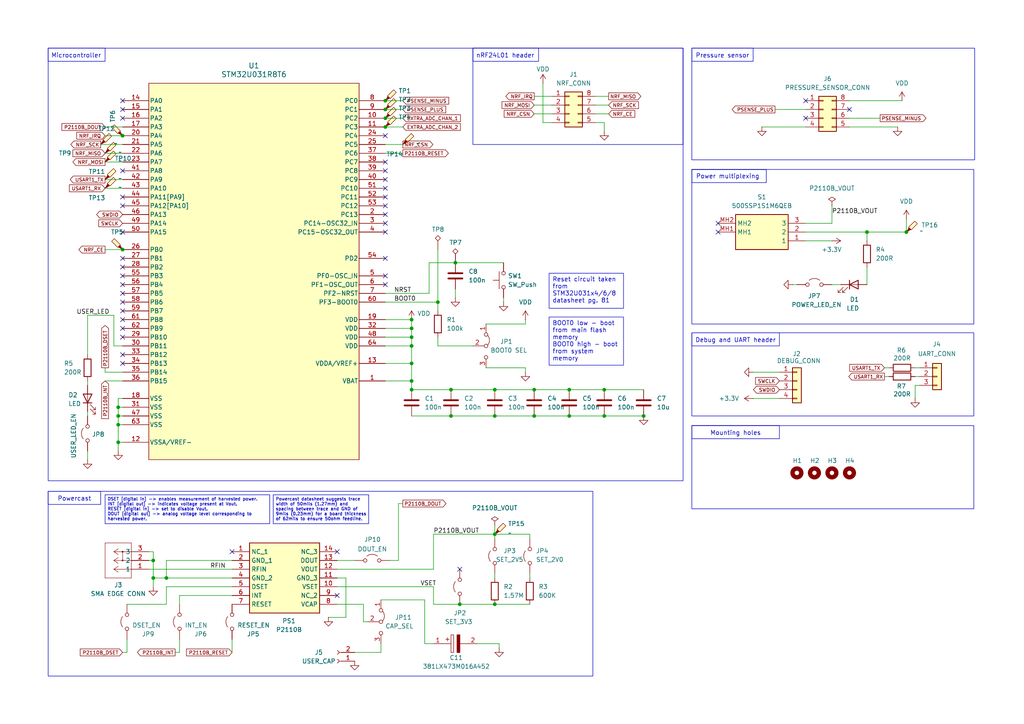
<source format=kicad_sch>
(kicad_sch (version 20231120) (generator "eeschema") (generator_version "8.0")
  (paper "A4")
  (title_block (title "Sensor Node") (rev "1") (company "TL-81"))
  (junction (at 119.38 105.41))
  (junction (at 44.45 162.56))
  (junction (at 132.08 76.2))
  (junction (at 130.81 113.03))
  (junction (at 165.1 120.65))
  (junction (at 119.38 92.71))
  (junction (at 111.76 34.29))
  (junction (at 44.45 167.64))
  (junction (at 34.29 118.11))
  (junction (at 34.29 123.19))
  (junction (at 143.51 154.94))
  (junction (at 119.38 110.49))
  (junction (at 111.76 29.21))
  (junction (at 48.26 167.64))
  (junction (at 111.76 36.83))
  (junction (at 34.29 120.65))
  (junction (at 130.81 120.65))
  (junction (at 143.51 120.65))
  (junction (at 119.38 100.33))
  (junction (at 111.76 31.75))
  (junction (at 186.69 120.65))
  (junction (at 143.51 113.03))
  (junction (at 154.94 120.65))
  (junction (at 127 87.63))
  (junction (at 251.46 67.31))
  (junction (at 119.38 95.25))
  (junction (at 143.51 175.26))
  (junction (at 35.56 39.37))
  (junction (at 34.29 128.27))
  (junction (at 175.26 113.03))
  (junction (at 35.56 72.39))
  (junction (at 165.1 113.03))
  (junction (at 154.94 113.03))
  (junction (at 133.35 175.26))
  (junction (at 262.89 67.31))
  (junction (at 119.38 97.79))
  (junction (at 119.38 113.03))
  (junction (at 175.26 120.65))
  (no_connect (at 35.56 85.09))
  (no_connect (at 111.76 74.93))
  (no_connect (at 35.56 97.79))
  (no_connect (at 208.28 64.77))
  (no_connect (at 35.56 57.15))
  (no_connect (at 111.76 49.53))
  (no_connect (at 111.76 54.61))
  (no_connect (at 111.76 39.37))
  (no_connect (at 233.68 34.29))
  (no_connect (at 111.76 64.77))
  (no_connect (at 35.56 102.87))
  (no_connect (at 35.56 34.29))
  (no_connect (at 35.56 90.17))
  (no_connect (at 35.56 92.71))
  (no_connect (at 97.79 160.02))
  (no_connect (at 35.56 74.93))
  (no_connect (at 67.31 160.02))
  (no_connect (at 35.56 31.75))
  (no_connect (at 208.28 67.31))
  (no_connect (at 35.56 87.63))
  (no_connect (at 35.56 67.31))
  (no_connect (at 111.76 46.99))
  (no_connect (at 97.79 172.72))
  (no_connect (at 35.56 29.21))
  (no_connect (at 35.56 95.25))
  (no_connect (at 35.56 82.55))
  (no_connect (at 111.76 80.01))
  (no_connect (at 233.68 29.21))
  (no_connect (at 35.56 49.53))
  (no_connect (at 111.76 67.31))
  (no_connect (at 111.76 52.07))
  (no_connect (at 111.76 82.55))
  (no_connect (at 111.76 59.69))
  (no_connect (at 111.76 57.15))
  (no_connect (at 35.56 80.01))
  (no_connect (at 35.56 105.41))
  (no_connect (at 35.56 77.47))
  (no_connect (at 246.38 31.75))
  (no_connect (at 35.56 59.69))
  (no_connect (at 111.76 62.23))
  (no_connect (at 133.35 165.1))
  (wire (pts (xy 157.48 24.13) (xy 157.48 35.56)))
  (wire (pts (xy 115.57 146.05) (xy 116.84 146.05)))
  (wire (pts (xy 97.79 162.56) (xy 102.87 162.56)))
  (wire (pts (xy 220.98 36.83) (xy 233.68 36.83)))
  (wire (pts (xy 175.26 38.1) (xy 175.26 35.56)))
  (wire (pts (xy 25.4 130.81) (xy 25.4 133.35)))
  (wire (pts (xy 35.56 189.23) (xy 36.83 189.23)))
  (wire (pts (xy 127 87.63) (xy 127 90.17)))
  (wire (pts (xy 153.67 156.21) (xy 153.67 154.94)))
  (wire (pts (xy 36.83 175.26) (xy 48.26 175.26)))
  (wire (pts (xy 30.48 46.99) (xy 35.56 46.99)))
  (wire (pts (xy 33.02 100.33) (xy 35.56 100.33)))
  (wire (pts (xy 143.51 154.94) (xy 153.67 154.94)))
  (wire (pts (xy 52.07 172.72) (xy 67.31 172.72)))
  (wire (pts (xy 157.48 35.56) (xy 160.02 35.56)))
  (wire (pts (xy 152.4 107.95) (xy 152.4 106.68)))
  (wire (pts (xy 97.79 167.64) (xy 100.33 167.64)))
  (wire (pts (xy 34.29 128.27) (xy 35.56 128.27)))
  (wire (pts (xy 30.48 52.07) (xy 35.56 52.07)))
  (wire (pts (xy 251.46 77.47) (xy 251.46 82.55)))
  (wire (pts (xy 124.46 76.2) (xy 132.08 76.2)))
  (wire (pts (xy 29.21 41.91) (xy 35.56 41.91)))
  (wire (pts (xy 218.44 115.57) (xy 226.06 115.57)))
  (wire (pts (xy 172.72 33.02) (xy 176.53 33.02)))
  (wire (pts (xy 111.76 36.83) (xy 116.84 36.83)))
  (wire (pts (xy 97.79 165.1) (xy 125.73 165.1)))
  (wire (pts (xy 152.4 93.98) (xy 152.4 92.71)))
  (wire (pts (xy 256.54 109.22) (xy 257.81 109.22)))
  (wire (pts (xy 30.48 44.45) (xy 35.56 44.45)))
  (wire (pts (xy 43.18 160.02) (xy 44.45 160.02)))
  (wire (pts (xy 143.51 154.94) (xy 143.51 156.21)))
  (wire (pts (xy 143.51 152.4) (xy 143.51 154.94)))
  (wire (pts (xy 111.76 85.09) (xy 124.46 85.09)))
  (wire (pts (xy 35.56 72.39) (xy 30.48 72.39)))
  (wire (pts (xy 119.38 100.33) (xy 119.38 97.79)))
  (wire (pts (xy 44.45 162.56) (xy 43.18 162.56)))
  (wire (pts (xy 52.07 175.26) (xy 52.07 172.72)))
  (wire (pts (xy 154.94 33.02) (xy 160.02 33.02)))
  (wire (pts (xy 123.19 186.69) (xy 125.73 186.69)))
  (wire (pts (xy 34.29 128.27) (xy 34.29 123.19)))
  (wire (pts (xy 175.26 120.65) (xy 186.69 120.65)))
  (wire (pts (xy 146.05 86.36) (xy 146.05 87.63)))
  (wire (pts (xy 30.48 106.68) (xy 30.48 107.95)))
  (wire (pts (xy 111.76 97.79) (xy 119.38 97.79)))
  (wire (pts (xy 35.56 118.11) (xy 34.29 118.11)))
  (wire (pts (xy 34.29 120.65) (xy 34.29 123.19)))
  (wire (pts (xy 44.45 162.56) (xy 44.45 167.64)))
  (wire (pts (xy 100.33 167.64) (xy 100.33 179.07)))
  (wire (pts (xy 132.08 83.82) (xy 132.08 86.36)))
  (wire (pts (xy 110.49 189.23) (xy 102.87 189.23)))
  (wire (pts (xy 48.26 162.56) (xy 67.31 162.56)))
  (wire (pts (xy 125.73 154.94) (xy 125.73 165.1)))
  (wire (pts (xy 262.89 63.5) (xy 262.89 67.31)))
  (wire (pts (xy 48.26 167.64) (xy 67.31 167.64)))
  (wire (pts (xy 172.72 27.94) (xy 176.53 27.94)))
  (wire (pts (xy 44.45 167.64) (xy 44.45 170.18)))
  (wire (pts (xy 132.08 76.2) (xy 146.05 76.2)))
  (wire (pts (xy 140.97 93.98) (xy 152.4 93.98)))
  (wire (pts (xy 52.07 189.23) (xy 52.07 185.42)))
  (wire (pts (xy 111.76 110.49) (xy 119.38 110.49)))
  (wire (pts (xy 119.38 95.25) (xy 119.38 92.71)))
  (wire (pts (xy 218.44 107.95) (xy 226.06 107.95)))
  (wire (pts (xy 48.26 170.18) (xy 67.31 170.18)))
  (wire (pts (xy 172.72 30.48) (xy 176.53 30.48)))
  (wire (pts (xy 175.26 113.03) (xy 186.69 113.03)))
  (wire (pts (xy 165.1 113.03) (xy 175.26 113.03)))
  (wire (pts (xy 111.76 44.45) (xy 116.84 44.45)))
  (wire (pts (xy 119.38 105.41) (xy 119.38 100.33)))
  (wire (pts (xy 36.83 189.23) (xy 36.83 185.42)))
  (wire (pts (xy 125.73 170.18) (xy 125.73 175.26)))
  (wire (pts (xy 125.73 175.26) (xy 133.35 175.26)))
  (wire (pts (xy 241.3 59.69) (xy 241.3 64.77)))
  (wire (pts (xy 130.81 113.03) (xy 143.51 113.03)))
  (wire (pts (xy 143.51 113.03) (xy 154.94 113.03)))
  (wire (pts (xy 100.33 179.07) (xy 95.25 179.07)))
  (wire (pts (xy 67.31 185.42) (xy 67.31 189.23)))
  (wire (pts (xy 138.43 186.69) (xy 144.78 186.69)))
  (wire (pts (xy 25.4 119.38) (xy 25.4 120.65)))
  (wire (pts (xy 43.18 165.1) (xy 67.31 165.1)))
  (wire (pts (xy 34.29 123.19) (xy 35.56 123.19)))
  (wire (pts (xy 165.1 120.65) (xy 175.26 120.65)))
  (wire (pts (xy 251.46 67.31) (xy 262.89 67.31)))
  (wire (pts (xy 251.46 67.31) (xy 251.46 69.85)))
  (wire (pts (xy 175.26 35.56) (xy 172.72 35.56)))
  (wire (pts (xy 111.76 105.41) (xy 119.38 105.41)))
  (wire (pts (xy 241.3 82.55) (xy 243.84 82.55)))
  (wire (pts (xy 143.51 120.65) (xy 154.94 120.65)))
  (wire (pts (xy 34.29 118.11) (xy 34.29 120.65)))
  (wire (pts (xy 105.41 175.26) (xy 105.41 180.34)))
  (wire (pts (xy 97.79 175.26) (xy 105.41 175.26)))
  (wire (pts (xy 246.38 34.29) (xy 255.27 34.29)))
  (wire (pts (xy 265.43 109.22) (xy 266.7 109.22)))
  (wire (pts (xy 154.94 120.65) (xy 165.1 120.65)))
  (wire (pts (xy 125.73 154.94) (xy 143.51 154.94)))
  (wire (pts (xy 50.8 189.23) (xy 52.07 189.23)))
  (wire (pts (xy 144.78 186.69) (xy 144.78 187.96)))
  (wire (pts (xy 233.68 67.31) (xy 251.46 67.31)))
  (wire (pts (xy 231.14 82.55) (xy 229.87 82.55)))
  (wire (pts (xy 154.94 27.94) (xy 160.02 27.94)))
  (wire (pts (xy 241.3 64.77) (xy 233.68 64.77)))
  (wire (pts (xy 111.76 34.29) (xy 116.84 34.29)))
  (wire (pts (xy 35.56 115.57) (xy 34.29 115.57)))
  (wire (pts (xy 111.76 29.21) (xy 116.84 29.21)))
  (wire (pts (xy 25.4 110.49) (xy 25.4 111.76)))
  (wire (pts (xy 137.16 100.33) (xy 127 100.33)))
  (wire (pts (xy 265.43 111.76) (xy 265.43 115.57)))
  (wire (pts (xy 246.38 36.83) (xy 260.35 36.83)))
  (wire (pts (xy 30.48 110.49) (xy 35.56 110.49)))
  (wire (pts (xy 152.4 106.68) (xy 140.97 106.68)))
  (wire (pts (xy 266.7 111.76) (xy 265.43 111.76)))
  (wire (pts (xy 119.38 113.03) (xy 119.38 110.49)))
  (wire (pts (xy 256.54 106.68) (xy 257.81 106.68)))
  (wire (pts (xy 105.41 180.34) (xy 106.68 180.34)))
  (wire (pts (xy 111.76 92.71) (xy 119.38 92.71)))
  (wire (pts (xy 123.19 173.99) (xy 123.19 186.69)))
  (wire (pts (xy 111.76 100.33) (xy 119.38 100.33)))
  (wire (pts (xy 111.76 95.25) (xy 119.38 95.25)))
  (wire (pts (xy 35.56 39.37) (xy 30.48 39.37)))
  (wire (pts (xy 110.49 173.99) (xy 123.19 173.99)))
  (wire (pts (xy 110.49 186.69) (xy 110.49 189.23)))
  (wire (pts (xy 119.38 113.03) (xy 130.81 113.03)))
  (wire (pts (xy 30.48 54.61) (xy 35.56 54.61)))
  (wire (pts (xy 111.76 87.63) (xy 127 87.63)))
  (wire (pts (xy 119.38 120.65) (xy 130.81 120.65)))
  (wire (pts (xy 133.35 175.26) (xy 143.51 175.26)))
  (wire (pts (xy 34.29 120.65) (xy 35.56 120.65)))
  (wire (pts (xy 127 100.33) (xy 127 97.79)))
  (wire (pts (xy 34.29 115.57) (xy 34.29 118.11)))
  (wire (pts (xy 154.94 30.48) (xy 160.02 30.48)))
  (wire (pts (xy 246.38 29.21) (xy 261.62 29.21)))
  (wire (pts (xy 48.26 175.26) (xy 48.26 170.18)))
  (wire (pts (xy 33.02 91.44) (xy 33.02 100.33)))
  (wire (pts (xy 224.79 31.75) (xy 233.68 31.75)))
  (wire (pts (xy 44.45 162.56) (xy 44.45 160.02)))
  (wire (pts (xy 130.81 120.65) (xy 143.51 120.65)))
  (wire (pts (xy 113.03 162.56) (xy 115.57 162.56)))
  (wire (pts (xy 119.38 110.49) (xy 119.38 105.41)))
  (wire (pts (xy 119.38 97.79) (xy 119.38 95.25)))
  (wire (pts (xy 25.4 91.44) (xy 33.02 91.44)))
  (wire (pts (xy 111.76 31.75) (xy 116.84 31.75)))
  (wire (pts (xy 265.43 106.68) (xy 266.7 106.68)))
  (wire (pts (xy 124.46 76.2) (xy 124.46 85.09)))
  (wire (pts (xy 233.68 69.85) (xy 241.3 69.85)))
  (wire (pts (xy 30.48 36.83) (xy 35.56 36.83)))
  (wire (pts (xy 115.57 162.56) (xy 115.57 146.05)))
  (wire (pts (xy 154.94 113.03) (xy 165.1 113.03)))
  (wire (pts (xy 143.51 175.26) (xy 153.67 175.26)))
  (wire (pts (xy 25.4 91.44) (xy 25.4 102.87)))
  (wire (pts (xy 48.26 162.56) (xy 48.26 167.64)))
  (wire (pts (xy 34.29 130.81) (xy 34.29 128.27)))
  (wire (pts (xy 143.51 166.37) (xy 143.51 167.64)))
  (wire (pts (xy 97.79 170.18) (xy 125.73 170.18)))
  (wire (pts (xy 153.67 166.37) (xy 153.67 167.64)))
  (wire (pts (xy 44.45 167.64) (xy 48.26 167.64)))
  (wire (pts (xy 116.84 41.91) (xy 111.76 41.91)))
  (wire (pts (xy 35.56 107.95) (xy 30.48 107.95)))
  (wire (pts (xy 127 72.39) (xy 127 87.63)))
  (rectangle (start 200.66 96.52) (end 282.448 120.65))
  (rectangle (start 13.97 142.494) (end 29.21 146.304))
  (rectangle (start 200.66 96.52) (end 226.06 100.33))
  (rectangle (start 13.97 142.494) (end 171.958 196.088))
  (rectangle (start 200.66 123.444) (end 282.448 147.574))
  (rectangle (start 13.97 13.97) (end 30.48 17.78))
  (rectangle (start 200.66 49.149) (end 282.448 93.98))
  (rectangle (start 200.66 49.149) (end 222.25 52.959))
  (rectangle (start 200.66 13.97) (end 218.44 17.78))
  (rectangle (start 200.66 123.444) (end 226.06 127.254))
  (rectangle (start 13.97 13.97) (end 198.12 139.446))
  (rectangle (start 137.16 13.97) (end 156.21 17.78))
  (rectangle (start 137.16 13.97) (end 198.12 41.91))
  (rectangle (start 200.66 13.97) (end 282.702 46.355))
  (text_box "Reset circuit taken from STM32U031x4/6/8 datasheet pg. 81" (at 159.258 79.248 0) (size 21.59 10.16) (effects (font (size 1.27 1.27)) (justify left top)))
  (text_box "Powercast datasheet suggests trace width of 50mils (1.27mm) and\nspacing between trace and GND of 9mils (0.23mm) for a board thickness\nof 62mils to ensure 50ohm feedline." (at 79.248 143.51 0) (size 27.686 8.382) (effects (font (size 0.889 0.889)) (justify left top)))
  (text_box "BOOT0 low - boot from main flash memory\nBOOT0 high - boot from system memory" (at 159.258 91.948 0) (size 21.59 13.97) (effects (font (size 1.27 1.27)) (justify left top)))
  (text_box "DSET [digital in] -> enables measurement of harvested power.\nINT [digital out] -> indicates voltage present at Vout.\nRESET [digital in] -> set to disable Vout.\nDOUT [digital out] -> analog voltage level corresponding to harvested power.\n" (at 30.48 143.51 0) (size 47.752 8.382) (effects (font (size 0.889 0.889)) (justify left top)))
  (text "nRF24L01 header" (at 146.558 16.256 0) (effects (font (size 1.27 1.27))))
  (text "Microcontroller" (at 22.098 16.256 0) (effects (font (size 1.27 1.27))))
  (text "Powercast" (at 21.59 144.78 0) (effects (font (size 1.27 1.27))))
  (text "Debug and UART header" (at 213.36 98.806 0) (effects (font (size 1.27 1.27))))
  (text "Mounting holes" (at 213.36 125.73 0) (effects (font (size 1.27 1.27))))
  (text "Pressure sensor" (at 209.55 16.256 0) (effects (font (size 1.27 1.27))))
  (text "Power multiplexing" (at 211.074 51.308 0) (effects (font (size 1.27 1.27))))
  (label "USER_LED" (at 31.75 91.44 180))
  (label "NRST" (at 114.3 85.09 0))
  (label "BOOT0" (at 114.3 87.63 0))
  (label "P2110B_VOUT" (at 125.73 154.94 0))
  (label "VSET" (at 121.92 170.18 0))
  (label "P2110B_VOUT" (at 241.3 62.23 0))
  (label "RFIN" (at 60.96 165.1 0))
  (global_label "P2110B_DOUT" (shape output) (at 116.84 146.05 0) (effects (font (size 1.016 1.016))) (property "Intersheetrefs" "${INTERSHEET_REFS}" (effects (hide yes))))
  (global_label "NRF_SCK" (shape output) (at 29.21 41.91 180) (effects (font (size 1.016 1.016))) (property "Intersheetrefs" "${INTERSHEET_REFS}" (effects (hide yes))))
  (global_label "SWCLK" (shape input) (at 35.56 64.77 180) (effects (font (size 1.016 1.016))) (property "Intersheetrefs" "${INTERSHEET_REFS}" (effects (hide yes))))
  (global_label "USART1_TX" (shape output) (at 30.48 52.07 180) (effects (font (size 1.016 1.016))) (property "Intersheetrefs" "${INTERSHEET_REFS}" (effects (hide yes))))
  (global_label "SWCLK" (shape input) (at 226.06 110.49 180) (effects (font (size 1.016 1.016))) (property "Intersheetrefs" "${INTERSHEET_REFS}" (effects (hide yes))))
  (global_label "P2110B_RESET" (shape output) (at 116.84 44.45 0) (effects (font (size 1.016 1.016))) (property "Intersheetrefs" "${INTERSHEET_REFS}" (effects (hide yes))))
  (global_label "PSENSE_MINUS" (shape output) (at 255.27 34.29 0) (effects (font (size 1.016 1.016))) (property "Intersheetrefs" "${INTERSHEET_REFS}" (effects (hide yes))))
  (global_label "SWDIO" (shape bidirectional) (at 35.56 62.23 180) (effects (font (size 1.016 1.016))) (property "Intersheetrefs" "${INTERSHEET_REFS}" (effects (hide yes))))
  (global_label "NRF_MOSI" (shape output) (at 30.48 46.99 180) (effects (font (size 1.016 1.016))) (property "Intersheetrefs" "${INTERSHEET_REFS}" (effects (hide yes))))
  (global_label "NRF_CE" (shape input) (at 176.53 33.02 0) (effects (font (size 1.016 1.016))) (property "Intersheetrefs" "${INTERSHEET_REFS}" (effects (hide yes))))
  (global_label "USART1_RX" (shape input) (at 30.48 54.61 180) (effects (font (size 1.016 1.016))) (property "Intersheetrefs" "${INTERSHEET_REFS}" (effects (hide yes))))
  (global_label "P2110B_DSET" (shape input) (at 35.56 189.23 180) (effects (font (size 1.016 1.016))) (property "Intersheetrefs" "${INTERSHEET_REFS}" (effects (hide yes))))
  (global_label "EXTRA_ADC_CHAN_2" (shape input) (at 116.84 36.83 0) (effects (font (size 1.016 1.016))) (property "Intersheetrefs" "${INTERSHEET_REFS}" (effects (hide yes))))
  (global_label "PSENSE_PLUS" (shape input) (at 116.84 31.75 0) (effects (font (size 1.016 1.016))) (property "Intersheetrefs" "${INTERSHEET_REFS}" (effects (hide yes))))
  (global_label "NRF_CE" (shape output) (at 30.48 72.39 180) (effects (font (size 1.016 1.016))) (property "Intersheetrefs" "${INTERSHEET_REFS}" (effects (hide yes))))
  (global_label "P2110B_INT" (shape output) (at 50.8 189.23 180) (effects (font (size 1.016 1.016))) (property "Intersheetrefs" "${INTERSHEET_REFS}" (effects (hide yes))))
  (global_label "P2110B_DSET" (shape output) (at 30.48 106.68 90) (effects (font (size 1.016 1.016))) (property "Intersheetrefs" "${INTERSHEET_REFS}" (effects (hide yes))))
  (global_label "NRF_CSN" (shape output) (at 116.84 41.91 0) (effects (font (size 1.016 1.016))) (property "Intersheetrefs" "${INTERSHEET_REFS}" (effects (hide yes))))
  (global_label "P2110B_INT" (shape input) (at 30.48 110.49 270) (effects (font (size 1.016 1.016))) (property "Intersheetrefs" "${INTERSHEET_REFS}" (effects (hide yes))))
  (global_label "SWDIO" (shape bidirectional) (at 226.06 113.03 180) (effects (font (size 1.016 1.016))) (property "Intersheetrefs" "${INTERSHEET_REFS}" (effects (hide yes))))
  (global_label "PSENSE_MINUS" (shape input) (at 116.84 29.21 0) (effects (font (size 1.016 1.016))) (property "Intersheetrefs" "${INTERSHEET_REFS}" (effects (hide yes))))
  (global_label "PSENSE_PLUS" (shape output) (at 224.79 31.75 180) (effects (font (size 1.016 1.016))) (property "Intersheetrefs" "${INTERSHEET_REFS}" (effects (hide yes))))
  (global_label "EXTRA_ADC_CHAN_1" (shape input) (at 116.84 34.29 0) (effects (font (size 1.016 1.016))) (property "Intersheetrefs" "${INTERSHEET_REFS}" (effects (hide yes))))
  (global_label "NRF_MISO" (shape input) (at 30.48 44.45 180) (effects (font (size 1.016 1.016))) (property "Intersheetrefs" "${INTERSHEET_REFS}" (effects (hide yes))))
  (global_label "P2110B_DOUT" (shape input) (at 30.48 36.83 180) (effects (font (size 1.016 1.016))) (property "Intersheetrefs" "${INTERSHEET_REFS}" (effects (hide yes))))
  (global_label "NRF_MISO" (shape output) (at 176.53 27.94 0) (effects (font (size 1.016 1.016))) (property "Intersheetrefs" "${INTERSHEET_REFS}" (effects (hide yes))))
  (global_label "NRF_IRQ" (shape output) (at 154.94 27.94 180) (effects (font (size 1.016 1.016))) (property "Intersheetrefs" "${INTERSHEET_REFS}" (effects (hide yes))))
  (global_label "NRF_IRQ" (shape input) (at 30.48 39.37 180) (effects (font (size 1.016 1.016))) (property "Intersheetrefs" "${INTERSHEET_REFS}" (effects (hide yes))))
  (global_label "NRF_CSN" (shape input) (at 154.94 33.02 180) (effects (font (size 1.016 1.016))) (property "Intersheetrefs" "${INTERSHEET_REFS}" (effects (hide yes))))
  (global_label "NRF_SCK" (shape input) (at 176.53 30.48 0) (effects (font (size 1.016 1.016))) (property "Intersheetrefs" "${INTERSHEET_REFS}" (effects (hide yes))))
  (global_label "USART1_TX" (shape input) (at 256.54 106.68 180) (effects (font (size 1.016 1.016))) (property "Intersheetrefs" "${INTERSHEET_REFS}" (effects (hide yes))))
  (global_label "P2110B_RESET" (shape input) (at 67.31 189.23 180) (effects (font (size 1.016 1.016))) (property "Intersheetrefs" "${INTERSHEET_REFS}" (effects (hide yes))))
  (global_label "USART1_RX" (shape output) (at 256.54 109.22 180) (effects (font (size 1.016 1.016))) (property "Intersheetrefs" "${INTERSHEET_REFS}" (effects (hide yes))))
  (global_label "NRF_MOSI" (shape input) (at 154.94 30.48 180) (effects (font (size 1.016 1.016))) (property "Intersheetrefs" "${INTERSHEET_REFS}" (effects (hide yes))))
  (symbol (lib_id "Device:LED") (at 25.4 115.57 90) (unit 1)
    (property "Reference" "D2" (at 19.812 114.554 90) (effects (justify right)))
    (property "Value" "LED" (at 19.812 117.094 90) (effects (justify right)))
    (property "Footprint" "LED_SMD:LED_0603_1608Metric" (effects (hide yes)))
    (property "Description" "Light emitting diode" (effects (hide yes)))
  )
  (symbol (lib_id "power:GND") (at 218.44 107.95 270) (unit 1)
    (property "Reference" "#PWR013" (effects (hide yes)))
    (property "Value" "GND" (effects (hide yes)))
    (property "Description" "Power symbol creates a global label with name \"GND\" , ground" (effects (hide yes)))
  )
  (symbol (lib_id "Jumper:Jumper_2_Open") (at 67.31 180.34 90) (unit 1) (exclude_from_sim yes)
    (property "Reference" "JP5" (at 71.628 183.896 90) (effects (justify right)))
    (property "Value" "RESET_EN" (at 68.834 181.356 90) (effects (justify right)))
    (property "Footprint" "Connector_PinHeader_2.54mm:PinHeader_1x02_P2.54mm_Vertical" (effects (hide yes)))
    (property "Description" "Jumper, 2-pole, open" (effects (hide yes)))
  )
  (symbol (lib_id "Connector:TestPoint_Probe") (at 35.56 72.39 90) (unit 1)
    (property "Reference" "TP5" (at 33.9725 67.31 90))
    (property "Value" "TestPoint_Probe" (effects (hide yes)))
    (property "Footprint" "TestPoint:TestPoint_Pad_2.0x2.0mm" (effects (hide yes)))
    (property "Description" "test point (alternative probe-style design)" (effects (hide yes)))
  )
  (symbol (lib_id "Connector:TestPoint_Probe") (at 29.21 41.91 0) (unit 1)
    (property "Reference" "TP12" (at 28.448 37.338 0) (effects (justify left)))
    (property "Value" "~" (at 33.02 41.5924 0) (effects (justify left)))
    (property "Footprint" "TestPoint:TestPoint_Pad_2.0x2.0mm" (effects (hide yes)))
    (property "Description" "test point (alternative probe-style design)" (effects (hide yes)))
  )
  (symbol (lib_id "power:GND") (at 34.29 130.81 0) (unit 1)
    (property "Reference" "#PWR01" (effects (hide yes)))
    (property "Value" "GND" (effects (hide yes)))
    (property "Description" "Power symbol creates a global label with name \"GND\" , ground" (effects (hide yes)))
  )
  (symbol (lib_id "Jumper:Jumper_2_Open") (at 36.83 180.34 90) (unit 1) (exclude_from_sim yes)
    (property "Reference" "JP9" (at 41.148 183.896 90) (effects (justify right)))
    (property "Value" "DSET_EN" (at 38.354 181.356 90) (effects (justify right)))
    (property "Footprint" "Connector_PinHeader_2.54mm:PinHeader_1x02_P2.54mm_Vertical" (effects (hide yes)))
    (property "Description" "Jumper, 2-pole, open" (effects (hide yes)))
  )
  (symbol (lib_id "Mechanical:MountingHole") (at 241.3 137.16 0) (unit 1) (exclude_from_sim yes) (in_bom no)
    (property "Reference" "H3" (at 240.03 133.604 0) (effects (justify left)))
    (property "Value" "MountingHole" (effects (hide yes)))
    (property "Footprint" "MountingHole:MountingHole_2.2mm_M2" (effects (hide yes)))
    (property "Description" "Mounting Hole without connection" (effects (hide yes)))
  )
  (symbol (lib_id "Connector:TestPoint_Probe") (at 111.76 31.75 0) (unit 1)
    (property "Reference" "TP2" (at 115.57 28.8924 0) (effects (justify left)))
    (property "Value" "TestPoint_Probe" (effects (hide yes)))
    (property "Footprint" "TestPoint:TestPoint_Pad_2.0x2.0mm" (effects (hide yes)))
    (property "Description" "test point (alternative probe-style design)" (effects (hide yes)))
  )
  (symbol (lib_id "Device:C") (at 186.69 116.84 0) (unit 1)
    (property "Reference" "C7" (at 190.5 115.5699 0) (effects (justify left)))
    (property "Value" "10u" (at 190.5 118.1099 0) (effects (justify left)))
    (property "Footprint" "Capacitor_SMD:C_0603_1608Metric" (effects (hide yes)))
    (property "Description" "Unpolarized capacitor" (effects (hide yes)))
  )
  (symbol (lib_id "Connector:TestPoint_Alt") (at 127 72.39 0) (unit 1)
    (property "Reference" "TP8" (at 125.222 66.548 0) (effects (justify left)))
    (property "Value" "TestPoint_Alt" (effects (hide yes)))
    (property "Footprint" "TestPoint:TestPoint_Pad_2.0x2.0mm" (effects (hide yes)))
    (property "Description" "test point (alternative shape)" (effects (hide yes)))
  )
  (symbol (lib_id "Connector:TestPoint_Probe") (at 30.48 46.99 0) (unit 1)
    (property "Reference" "TP10" (at 33.274 45.974 0) (effects (justify left)))
    (property "Value" "~" (at 34.29 46.6724 0) (effects (justify left)))
    (property "Footprint" "TestPoint:TestPoint_Pad_2.0x2.0mm" (effects (hide yes)))
    (property "Description" "test point (alternative probe-style design)" (effects (hide yes)))
  )
  (symbol (lib_id "power:GND") (at 260.35 36.83 0) (unit 1)
    (property "Reference" "#PWR011" (effects (hide yes)))
    (property "Value" "GND" (effects (hide yes)))
    (property "Description" "Power symbol creates a global label with name \"GND\" , ground" (effects (hide yes)))
  )
  (symbol (lib_id "Connector:TestPoint_Probe") (at 30.48 54.61 0) (unit 1)
    (property "Reference" "TP13" (at 25.654 57.404 0) (effects (justify left)))
    (property "Value" "~" (at 34.29 54.2924 0) (effects (justify left)))
    (property "Footprint" "TestPoint:TestPoint_Pad_2.0x2.0mm" (effects (hide yes)))
    (property "Description" "test point (alternative probe-style design)" (effects (hide yes)))
  )
  (symbol (lib_id "power:GND") (at 102.87 191.77 0) (unit 1)
    (property "Reference" "#PWR018" (effects (hide yes)))
    (property "Value" "GND" (effects (hide yes)))
    (property "Description" "Power symbol creates a global label with name \"GND\" , ground" (effects (hide yes)))
  )
  (symbol (lib_id "Jumper:Jumper_2_Open") (at 52.07 180.34 90) (unit 1) (exclude_from_sim yes)
    (property "Reference" "JP6" (at 56.388 183.896 90) (effects (justify right)))
    (property "Value" "INT_EN" (at 53.594 181.356 90) (effects (justify right)))
    (property "Footprint" "Connector_PinHeader_2.54mm:PinHeader_1x02_P2.54mm_Vertical" (effects (hide yes)))
    (property "Description" "Jumper, 2-pole, open" (effects (hide yes)))
  )
  (symbol (lib_id "Mechanical:MountingHole") (at 246.38 137.16 0) (unit 1) (exclude_from_sim yes) (in_bom no)
    (property "Reference" "H4" (at 245.11 133.604 0) (effects (justify left)))
    (property "Value" "MountingHole" (effects (hide yes)))
    (property "Footprint" "MountingHole:MountingHole_2.2mm_M2" (effects (hide yes)))
    (property "Description" "Mounting Hole without connection" (effects (hide yes)))
  )
  (symbol (lib_id "power:GND") (at 44.45 170.18 0) (unit 1)
    (property "Reference" "#PWR016" (effects (hide yes)))
    (property "Value" "GND" (effects (hide yes)))
    (property "Description" "Power symbol creates a global label with name \"GND\" , ground" (effects (hide yes)))
  )
  (symbol (lib_id "libtpms:381LX473M016A452") (at 125.73 186.69 0) (unit 1)
    (property "Reference" "C11" (at 132.334 190.754 0))
    (property "Value" "381LX473M016A452" (at 132.334 193.294 0))
    (property "Footprint" "libtpms:CAPPRD1000W200D3550H4700" (effects (hide yes)))
    (property "Datasheet" "https://componentsearchengine.com/Datasheets/1/381LX473M016A452.pdf" (effects (hide yes)))
    (property "Description" "Aluminum Electrolytic Capacitors - Snap In 47000uF 16V 20%" (effects (hide yes)))
    (property "Height" "47" (effects (hide yes)))
    (property "Mouser Part Number" "598-81LX473M016A452" (effects (hide yes)))
    (property "Mouser Price/Stock" "https://www.mouser.com/Search/Refine.aspx?Keyword=598-81LX473M016A452" (effects (hide yes)))
    (property "Manufacturer_Name" "Cornell Dubilier" (effects (hide yes)))
    (property "Manufacturer_Part_Number" "381LX473M016A452" (effects (hide yes)))
  )
  (symbol (lib_id "power:GND") (at 146.05 87.63 0) (unit 1)
    (property "Reference" "#PWR05" (effects (hide yes)))
    (property "Value" "GND" (effects (hide yes)))
    (property "Description" "Power symbol creates a global label with name \"GND\" , ground" (effects (hide yes)))
  )
  (symbol (lib_id "power:GND") (at 229.87 82.55 270) (unit 1)
    (property "Reference" "#PWR021" (effects (hide yes)))
    (property "Value" "GND" (effects (hide yes)))
    (property "Description" "Power symbol creates a global label with name \"GND\" , ground" (effects (hide yes)))
  )
  (symbol (lib_id "Jumper:Jumper_2_Open") (at 133.35 170.18 90) (unit 1) (exclude_from_sim yes)
    (property "Reference" "JP2" (at 131.572 177.8 90) (effects (justify right)))
    (property "Value" "SET_3V3" (at 129.032 180.34 90) (effects (justify right)))
    (property "Footprint" "Connector_PinHeader_2.54mm:PinHeader_1x02_P2.54mm_Vertical" (effects (hide yes)))
    (property "Description" "Jumper, 2-pole, open" (effects (hide yes)))
  )
  (symbol (lib_id "Connector:TestPoint_Probe") (at 111.76 34.29 0) (unit 1)
    (property "Reference" "TP3" (at 115.57 31.4324 0) (effects (justify left)))
    (property "Value" "TestPoint_Probe" (effects (hide yes)))
    (property "Footprint" "TestPoint:TestPoint_Pad_2.0x2.0mm" (effects (hide yes)))
    (property "Description" "test point (alternative probe-style design)" (effects (hide yes)))
  )
  (symbol (lib_id "power:PWR_FLAG") (at 143.51 152.4 0) (unit 1)
    (property "Reference" "#FLG01" (effects (hide yes)))
    (property "Value" "P2110B_VOUT" (at 143.51 147.32 0))
    (property "Description" "Special symbol for telling ERC where power comes from" (effects (hide yes)))
  )
  (symbol (lib_id "Device:C") (at 132.08 80.01 0) (unit 1)
    (property "Reference" "C8" (at 135.89 78.7399 0) (effects (justify left)))
    (property "Value" "100n" (at 135.89 81.2799 0) (effects (justify left)))
    (property "Footprint" "Capacitor_SMD:C_0603_1608Metric" (effects (hide yes)))
    (property "Description" "Unpolarized capacitor" (effects (hide yes)))
  )
  (symbol (lib_id "power:GND") (at 144.78 187.96 0) (unit 1)
    (property "Reference" "#PWR015" (effects (hide yes)))
    (property "Value" "GND" (effects (hide yes)))
    (property "Description" "Power symbol creates a global label with name \"GND\" , ground" (effects (hide yes)))
  )
  (symbol (lib_id "Mechanical:MountingHole") (at 231.14 137.16 0) (unit 1) (exclude_from_sim yes) (in_bom no)
    (property "Reference" "H1" (at 229.87 133.604 0) (effects (justify left)))
    (property "Value" "MountingHole" (effects (hide yes)))
    (property "Footprint" "MountingHole:MountingHole_2.2mm_M2" (effects (hide yes)))
    (property "Description" "Mounting Hole without connection" (effects (hide yes)))
  )
  (symbol (lib_id "libtpms:STM32U031R8T6") (at 35.56 29.21 0) (unit 1)
    (property "Reference" "U1" (at 73.66 19.05 0) (effects (font (size 1.524 1.524))))
    (property "Value" "STM32U031R8T6" (at 73.66 21.59 0) (effects (font (size 1.524 1.524))))
    (property "Footprint" "libtpms:LQFP64_STM" (effects (hide yes)))
    (property "Datasheet" "STM32U031R8T6" (effects (hide yes)))
  )
  (symbol (lib_id "power:GND") (at 186.69 120.65 0) (unit 1)
    (property "Reference" "#PWR03" (effects (hide yes)))
    (property "Value" "GND" (effects (hide yes)))
    (property "Description" "Power symbol creates a global label with name \"GND\" , ground" (effects (hide yes)))
  )
  (symbol (lib_id "Jumper:Jumper_2_Open") (at 107.95 162.56 0) (unit 1) (exclude_from_sim yes)
    (property "Reference" "JP10" (at 110.49 156.464 0) (effects (justify right)))
    (property "Value" "DOUT_EN" (at 112.268 159.258 0) (effects (justify right)))
    (property "Footprint" "Connector_PinHeader_2.54mm:PinHeader_1x02_P2.54mm_Vertical" (effects (hide yes)))
    (property "Description" "Jumper, 2-pole, open" (effects (hide yes)))
  )
  (symbol (lib_id "Device:C") (at 175.26 116.84 0) (unit 1)
    (property "Reference" "C6" (at 179.07 115.5699 0) (effects (justify left)))
    (property "Value" "100n" (at 179.07 118.1099 0) (effects (justify left)))
    (property "Footprint" "Capacitor_SMD:C_0603_1608Metric" (effects (hide yes)))
    (property "Description" "Unpolarized capacitor" (effects (hide yes)))
  )
  (symbol (lib_id "Device:C") (at 130.81 116.84 0) (unit 1)
    (property "Reference" "C2" (at 134.62 115.5699 0) (effects (justify left)))
    (property "Value" "100n" (at 134.62 118.1099 0) (effects (justify left)))
    (property "Footprint" "Capacitor_SMD:C_0603_1608Metric" (effects (hide yes)))
    (property "Description" "Unpolarized capacitor" (effects (hide yes)))
  )
  (symbol (lib_id "libtpms:P2110B") (at 67.31 160.02 0) (unit 1)
    (property "Reference" "PS1" (at 83.82 180.086 0))
    (property "Value" "P2110B" (at 83.82 182.626 0))
    (property "Footprint" "libtpms:P2110B" (effects (hide yes)))
    (property "Datasheet" "https://componentsearchengine.com/Datasheets/1/P2110B.pdf" (effects (hide yes)))
    (property "Description" "Energy Harvesting Modules Powerharvester Receiver - 915 MHz" (effects (hide yes)))
    (property "Height" "2.3114" (effects (hide yes)))
    (property "Mouser Part Number" "582-P2110B" (effects (hide yes)))
    (property "Mouser Price/Stock" "https://www.mouser.co.uk/ProductDetail/Powercast/P2110B?qs=VAB4DzKv5wViaDUvcUIcdQ%3D%3D" (effects (hide yes)))
    (property "Manufacturer_Name" "Powercast" (effects (hide yes)))
    (property "Manufacturer_Part_Number" "P2110B" (effects (hide yes)))
  )
  (symbol (lib_id "Mechanical:MountingHole") (at 236.22 137.16 0) (unit 1) (exclude_from_sim yes) (in_bom no)
    (property "Reference" "H2" (at 234.95 133.604 0) (effects (justify left)))
    (property "Value" "MountingHole" (effects (hide yes)))
    (property "Footprint" "MountingHole:MountingHole_2.2mm_M2" (effects (hide yes)))
    (property "Description" "Mounting Hole without connection" (effects (hide yes)))
  )
  (symbol (lib_id "Connector:TestPoint_Probe") (at 30.48 44.45 0) (unit 1)
    (property "Reference" "TP9" (at 17.018 44.45 0) (effects (justify left)))
    (property "Value" "~" (at 34.29 44.1324 0) (effects (justify left)))
    (property "Footprint" "TestPoint:TestPoint_Pad_2.0x2.0mm" (effects (hide yes)))
    (property "Description" "test point (alternative probe-style design)" (effects (hide yes)))
  )
  (symbol (lib_id "libtpms:732511150") (at 43.18 165.1 180) (unit 1)
    (property "Reference" "J3" (at 34.29 169.672 0))
    (property "Value" "SMA EDGE CONN" (at 34.29 172.212 0))
    (property "Footprint" "libtpms:CONN_73251-1150_MOL" (effects (hide yes)))
    (property "Datasheet" "732511150" (effects (hide yes)))
  )
  (symbol (lib_id "Jumper:Jumper_2_Open") (at 25.4 125.73 90) (unit 1) (exclude_from_sim yes)
    (property "Reference" "JP8" (at 26.67 125.984 90) (effects (justify right)))
    (property "Value" "USER_LED_EN" (at 21.336 119.888 0) (effects (justify right)))
    (property "Footprint" "Connector_PinHeader_2.54mm:PinHeader_1x02_P2.54mm_Vertical" (effects (hide yes)))
    (property "Description" "Jumper, 2-pole, open" (effects (hide yes)))
  )
  (symbol (lib_id "power:VDD") (at 262.89 63.5 0) (unit 1)
    (property "Reference" "#PWR019" (effects (hide yes)))
    (property "Value" "VDD" (at 262.89 58.42 0))
    (property "Description" "Power symbol creates a global label with name \"VDD\"" (effects (hide yes)))
  )
  (symbol (lib_id "power:VDD") (at 119.38 92.71 0) (unit 1)
    (property "Reference" "#PWR02" (effects (hide yes)))
    (property "Value" "VDD" (at 122.936 90.932 0))
    (property "Description" "Power symbol creates a global label with name \"VDD\"" (effects (hide yes)))
  )
  (symbol (lib_id "Device:R") (at 261.62 109.22 270) (unit 1)
    (property "Reference" "R7" (at 260.096 112.014 90) (effects (justify left)))
    (property "Value" "200R" (at 259.08 114.3 90) (effects (justify left)))
    (property "Footprint" "Resistor_SMD:R_0603_1608Metric" (effects (hide yes)))
    (property "Description" "Resistor" (effects (hide yes)))
  )
  (symbol (lib_id "Device:R") (at 143.51 171.45 0) (unit 1)
    (property "Reference" "R2" (at 146.05 170.1799 0) (effects (justify left)))
    (property "Value" "1.57M" (at 146.05 172.7199 0) (effects (justify left)))
    (property "Footprint" "Resistor_SMD:R_0603_1608Metric" (effects (hide yes)))
    (property "Description" "Resistor" (effects (hide yes)))
  )
  (symbol (lib_id "power:+3.3V") (at 218.44 115.57 90) (unit 1)
    (property "Reference" "#PWR014" (effects (hide yes)))
    (property "Value" "+3.3V" (at 214.376 115.57 90) (effects (justify left)))
    (property "Description" "Power symbol creates a global label with name \"+3.3V\"" (effects (hide yes)))
  )
  (symbol (lib_id "libtpms:500SSP1S1M6QEB") (at 208.28 64.77 0) (unit 1)
    (property "Reference" "S1" (at 220.98 57.15 0))
    (property "Value" "500SSP1S1M6QEB" (at 220.98 59.69 0))
    (property "Footprint" "libtpms:500SSP1S1M6QEB" (effects (hide yes)))
    (property "Datasheet" "https://configured-product-images.s3.amazonaws.com/2D/specs/500SSP1S1M6QEB.pdf" (effects (hide yes)))
    (property "Description" "SLIDE, 5A 120VAC/28VDC, SPDT On-On, Through Hole, Right Angle PC Pin" (effects (hide yes)))
    (property "Height" "6.1" (effects (hide yes)))
    (property "Mouser Part Number" "612-500SSP1S1M6QEB" (effects (hide yes)))
    (property "Mouser Price/Stock" "https://www.mouser.co.uk/ProductDetail/E-Switch/500SSP1S1M6QEB?qs=0JU57JYmZjtvO38dJ0sbfg%3D%3D" (effects (hide yes)))
    (property "Manufacturer_Name" "E-Switch" (effects (hide yes)))
    (property "Manufacturer_Part_Number" "500SSP1S1M6QEB" (effects (hide yes)))
  )
  (symbol (lib_id "Connector_Generic:Conn_01x03") (at 271.78 109.22 0) (unit 1)
    (property "Reference" "J4" (at 270.51 99.822 0) (effects (justify left)))
    (property "Value" "UART_CONN" (at 266.192 102.616 0) (effects (justify left)))
    (property "Footprint" "Connector_PinHeader_2.54mm:PinHeader_1x03_P2.54mm_Vertical" (effects (hide yes)))
    (property "Description" "Generic connector, single row, 01x03, script generated (kicad-library-utils/schlib/autogen/connector/)" (effects (hide yes)))
  )
  (symbol (lib_id "Connector:TestPoint_Probe") (at 35.56 39.37 90) (unit 1)
    (property "Reference" "TP6" (at 32.7024 35.56 0) (effects (justify left)))
    (property "Value" "TestPoint_Probe" (effects (hide yes)))
    (property "Footprint" "TestPoint:TestPoint_Pad_2.0x2.0mm" (effects (hide yes)))
    (property "Description" "test point (alternative probe-style design)" (effects (hide yes)))
  )
  (symbol (lib_id "Device:R") (at 127 93.98 0) (unit 1)
    (property "Reference" "R1" (at 129.54 92.7099 0) (effects (justify left)))
    (property "Value" "100k" (at 129.54 95.2499 0) (effects (justify left)))
    (property "Footprint" "Resistor_SMD:R_0603_1608Metric" (effects (hide yes)))
    (property "Description" "Resistor" (effects (hide yes)))
  )
  (symbol (lib_id "power:GND") (at 152.4 107.95 0) (unit 1)
    (property "Reference" "#PWR06" (effects (hide yes)))
    (property "Value" "GND" (effects (hide yes)))
    (property "Description" "Power symbol creates a global label with name \"GND\" , ground" (effects (hide yes)))
  )
  (symbol (lib_id "power:GND") (at 95.25 179.07 0) (unit 1)
    (property "Reference" "#PWR017" (effects (hide yes)))
    (property "Value" "GND" (effects (hide yes)))
    (property "Description" "Power symbol creates a global label with name \"GND\" , ground" (effects (hide yes)))
  )
  (symbol (lib_id "power:GND") (at 175.26 38.1 0) (unit 1)
    (property "Reference" "#PWR09" (effects (hide yes)))
    (property "Value" "GND" (effects (hide yes)))
    (property "Description" "Power symbol creates a global label with name \"GND\" , ground" (effects (hide yes)))
  )
  (symbol (lib_id "power:+3.3V") (at 241.3 69.85 270) (unit 1)
    (property "Reference" "#PWR020" (effects (hide yes)))
    (property "Value" "+3.3V" (at 238.252 72.39 90) (effects (justify left)))
    (property "Description" "Power symbol creates a global label with name \"+3.3V\"" (effects (hide yes)))
  )
  (symbol (lib_id "power:GND") (at 25.4 133.35 0) (unit 1)
    (property "Reference" "#PWR024" (effects (hide yes)))
    (property "Value" "GND" (effects (hide yes)))
    (property "Description" "Power symbol creates a global label with name \"GND\" , ground" (effects (hide yes)))
  )
  (symbol (lib_id "Connector:TestPoint_Alt") (at 132.08 76.2 0) (unit 1)
    (property "Reference" "TP7" (at 130.302 70.358 0) (effects (justify left)))
    (property "Value" "TestPoint_Alt" (effects (hide yes)))
    (property "Footprint" "TestPoint:TestPoint_Pad_2.0x2.0mm" (effects (hide yes)))
    (property "Description" "test point (alternative shape)" (effects (hide yes)))
  )
  (symbol (lib_id "Connector:TestPoint_Probe") (at 143.51 154.94 0) (unit 1)
    (property "Reference" "TP15" (at 147.32 151.892 0) (effects (justify left)))
    (property "Value" "~" (at 147.32 154.6224 0) (effects (justify left)))
    (property "Footprint" "TestPoint:TestPoint_Pad_2.0x2.0mm" (effects (hide yes)))
    (property "Description" "test point (alternative probe-style design)" (effects (hide yes)))
  )
  (symbol (lib_id "Device:LED") (at 247.65 82.55 0) (unit 1)
    (property "Reference" "D1" (at 249.174 86.868 0) (effects (justify right)))
    (property "Value" "LED" (at 249.174 89.408 0) (effects (justify right)))
    (property "Footprint" "LED_SMD:LED_0603_1608Metric" (effects (hide yes)))
    (property "Description" "Light emitting diode" (effects (hide yes)))
  )
  (symbol (lib_id "Connector:TestPoint_Probe") (at 262.89 67.31 0) (unit 1)
    (property "Reference" "TP16" (at 267.208 65.278 0) (effects (justify left)))
    (property "Value" "~" (at 266.7 66.9924 0) (effects (justify left)))
    (property "Footprint" "TestPoint:TestPoint_Pad_2.0x2.0mm" (effects (hide yes)))
    (property "Description" "test point (alternative probe-style design)" (effects (hide yes)))
  )
  (symbol (lib_id "power:VDD") (at 261.62 29.21 0) (unit 1)
    (property "Reference" "#PWR012" (effects (hide yes)))
    (property "Value" "VDD" (at 261.62 24.13 0))
    (property "Description" "Power symbol creates a global label with name \"VDD\"" (effects (hide yes)))
  )
  (symbol (lib_id "Connector:Conn_01x02_Socket") (at 97.79 191.77 180) (unit 1)
    (property "Reference" "J5" (at 92.456 189.23 0))
    (property "Value" "USER_CAP" (at 92.456 191.77 0))
    (property "Footprint" "Connector_PinSocket_2.54mm:PinSocket_1x02_P2.54mm_Vertical" (effects (hide yes)))
    (property "Description" "Generic connector, single row, 01x02, script generated" (effects (hide yes)))
  )
  (symbol (lib_id "Connector:TestPoint_Probe") (at 111.76 36.83 0) (unit 1)
    (property "Reference" "TP4" (at 115.57 33.9724 0) (effects (justify left)))
    (property "Value" "TestPoint_Probe" (effects (hide yes)))
    (property "Footprint" "TestPoint:TestPoint_Pad_2.0x2.0mm" (effects (hide yes)))
    (property "Description" "test point (alternative probe-style design)" (effects (hide yes)))
  )
  (symbol (lib_id "power:VDD") (at 157.48 24.13 0) (unit 1)
    (property "Reference" "#PWR08" (effects (hide yes)))
    (property "Value" "VDD" (at 157.48 20.066 0))
    (property "Description" "Power symbol creates a global label with name \"VDD\"" (effects (hide yes)))
  )
  (symbol (lib_id "Jumper:Jumper_2_Open") (at 236.22 82.55 0) (unit 1) (exclude_from_sim yes)
    (property "Reference" "JP7" (at 237.998 85.852 0) (effects (justify right)))
    (property "Value" "POWER_LED_EN" (at 244.094 88.392 0) (effects (justify right)))
    (property "Footprint" "Connector_PinHeader_2.54mm:PinHeader_1x02_P2.54mm_Vertical" (effects (hide yes)))
    (property "Description" "Jumper, 2-pole, open" (effects (hide yes)))
  )
  (symbol (lib_id "power:GND") (at 265.43 115.57 0) (unit 1)
    (property "Reference" "#PWR023" (effects (hide yes)))
    (property "Value" "GND" (effects (hide yes)))
    (property "Description" "Power symbol creates a global label with name \"GND\" , ground" (effects (hide yes)))
  )
  (symbol (lib_id "Device:R") (at 251.46 73.66 0) (unit 1)
    (property "Reference" "R4" (at 254 72.3899 0) (effects (justify left)))
    (property "Value" "200R" (at 254 74.9299 0) (effects (justify left)))
    (property "Footprint" "Resistor_SMD:R_0603_1608Metric" (effects (hide yes)))
    (property "Description" "Resistor" (effects (hide yes)))
  )
  (symbol (lib_id "Connector_Generic:Conn_02x04_Counter_Clockwise") (at 238.76 31.75 0) (unit 1)
    (property "Reference" "J6" (at 240.03 22.86 0))
    (property "Value" "PRESSURE_SENSOR_CONN" (at 240.03 25.4 0))
    (property "Footprint" "libtpms:8-SOIC-DIP-8-ADAPTER" (effects (hide yes)))
    (property "Description" "Generic connector, double row, 02x04, counter clockwise pin numbering scheme (similar to DIP package numbering), script generated (kicad-library-utils/schlib/autogen/connector/)" (effects (hide yes)))
  )
  (symbol (lib_id "Connector_Generic:Conn_02x04_Counter_Clockwise") (at 165.1 30.48 0) (unit 1)
    (property "Reference" "J1" (at 166.37 21.59 0))
    (property "Value" "NRF_CONN" (at 166.37 24.13 0))
    (property "Footprint" "Connector_PinSocket_2.54mm:PinSocket_2x04_P2.54mm_Vertical" (effects (hide yes)))
    (property "Description" "Generic connector, double row, 02x04, counter clockwise pin numbering scheme (similar to DIP package numbering), script generated (kicad-library-utils/schlib/autogen/connector/)" (effects (hide yes)))
  )
  (symbol (lib_id "power:GND") (at 220.98 36.83 0) (unit 1)
    (property "Reference" "#PWR010" (effects (hide yes)))
    (property "Value" "GND" (effects (hide yes)))
    (property "Description" "Power symbol creates a global label with name \"GND\" , ground" (effects (hide yes)))
  )
  (symbol (lib_id "Jumper:Jumper_3_Bridged12") (at 140.97 100.33 270) (unit 1) (exclude_from_sim yes) (in_bom no)
    (property "Reference" "JP1" (at 145.034 99.06 90) (effects (justify left)))
    (property "Value" "BOOT0 SEL" (at 142.24 101.6 90) (effects (justify left)))
    (property "Footprint" "Connector_PinHeader_2.54mm:PinHeader_1x03_P2.54mm_Vertical" (effects (hide yes)))
    (property "Description" "Jumper, 3-pole, pins 1+2 closed/bridged" (effects (hide yes)))
  )
  (symbol (lib_id "Device:R") (at 261.62 106.68 270) (unit 1)
    (property "Reference" "R6" (at 260.096 101.6 90) (effects (justify left)))
    (property "Value" "200R" (at 259.08 103.886 90) (effects (justify left)))
    (property "Footprint" "Resistor_SMD:R_0603_1608Metric" (effects (hide yes)))
    (property "Description" "Resistor" (effects (hide yes)))
  )
  (symbol (lib_id "power:GND") (at 132.08 86.36 0) (unit 1)
    (property "Reference" "#PWR04" (effects (hide yes)))
    (property "Value" "GND" (effects (hide yes)))
    (property "Description" "Power symbol creates a global label with name \"GND\" , ground" (effects (hide yes)))
  )
  (symbol (lib_id "Connector:TestPoint_Probe") (at 116.84 41.91 0) (unit 1)
    (property "Reference" "TP14" (at 112.014 44.704 0) (effects (justify left)))
    (property "Value" "~" (at 120.65 41.5924 0) (effects (justify left)))
    (property "Footprint" "TestPoint:TestPoint_Pad_2.0x2.0mm" (effects (hide yes)))
    (property "Description" "test point (alternative probe-style design)" (effects (hide yes)))
  )
  (symbol (lib_id "Connector:TestPoint_Probe") (at 111.76 29.21 0) (unit 1)
    (property "Reference" "TP1" (at 115.57 26.3524 0) (effects (justify left)))
    (property "Value" "TestPoint_Probe" (effects (hide yes)))
    (property "Footprint" "TestPoint:TestPoint_Pad_2.0x2.0mm" (effects (hide yes)))
    (property "Description" "test point (alternative probe-style design)" (effects (hide yes)))
  )
  (symbol (lib_id "Device:C") (at 154.94 116.84 0) (unit 1)
    (property "Reference" "C4" (at 158.75 115.5699 0) (effects (justify left)))
    (property "Value" "100n" (at 158.75 118.1099 0) (effects (justify left)))
    (property "Footprint" "Capacitor_SMD:C_0603_1608Metric" (effects (hide yes)))
    (property "Description" "Unpolarized capacitor" (effects (hide yes)))
  )
  (symbol (lib_id "Device:R") (at 25.4 106.68 0) (unit 1)
    (property "Reference" "R5" (at 18.542 105.41 0) (effects (justify left)))
    (property "Value" "200R" (at 18.542 107.95 0) (effects (justify left)))
    (property "Footprint" "Resistor_SMD:R_0603_1608Metric" (effects (hide yes)))
    (property "Description" "Resistor" (effects (hide yes)))
  )
  (symbol (lib_id "power:VDD") (at 152.4 92.71 0) (unit 1)
    (property "Reference" "#PWR07" (effects (hide yes)))
    (property "Value" "VDD" (at 152.4 87.63 0))
    (property "Description" "Power symbol creates a global label with name \"VDD\"" (effects (hide yes)))
  )
  (symbol (lib_id "Device:C") (at 143.51 116.84 0) (unit 1)
    (property "Reference" "C3" (at 147.32 115.5699 0) (effects (justify left)))
    (property "Value" "100n" (at 147.32 118.1099 0) (effects (justify left)))
    (property "Footprint" "Capacitor_SMD:C_0603_1608Metric" (effects (hide yes)))
    (property "Description" "Unpolarized capacitor" (effects (hide yes)))
  )
  (symbol (lib_id "Connector_Generic:Conn_01x04") (at 231.14 110.49 0) (unit 1)
    (property "Reference" "J2" (at 229.87 102.616 0) (effects (justify left)))
    (property "Value" "DEBUG_CONN" (at 225.298 104.648 0) (effects (justify left)))
    (property "Footprint" "Connector_PinHeader_2.54mm:PinHeader_1x04_P2.54mm_Vertical" (effects (hide yes)))
    (property "Description" "Generic connector, single row, 01x04, script generated (kicad-library-utils/schlib/autogen/connector/)" (effects (hide yes)))
  )
  (symbol (lib_id "Jumper:Jumper_3_Bridged12") (at 110.49 180.34 270) (unit 1) (exclude_from_sim yes) (in_bom no)
    (property "Reference" "JP11" (at 114.554 179.07 90) (effects (justify left)))
    (property "Value" "CAP_SEL" (at 111.76 181.61 90) (effects (justify left)))
    (property "Footprint" "Connector_PinHeader_2.54mm:PinHeader_1x03_P2.54mm_Vertical" (effects (hide yes)))
    (property "Description" "Jumper, 3-pole, pins 1+2 closed/bridged" (effects (hide yes)))
  )
  (symbol (lib_id "Jumper:Jumper_2_Open") (at 143.51 161.29 90) (unit 1) (exclude_from_sim yes)
    (property "Reference" "JP3" (at 147.828 159.766 90))
    (property "Value" "SET_2V5" (at 147.828 162.306 90))
    (property "Footprint" "Connector_PinHeader_2.54mm:PinHeader_1x02_P2.54mm_Vertical" (effects (hide yes)))
    (property "Description" "Jumper, 2-pole, open" (effects (hide yes)))
  )
  (symbol (lib_id "Connector:TestPoint_Probe") (at 30.48 52.07 0) (unit 1)
    (property "Reference" "TP11" (at 25.654 49.784 0) (effects (justify left)))
    (property "Value" "~" (at 34.29 51.7524 0) (effects (justify left)))
    (property "Footprint" "TestPoint:TestPoint_Pad_2.0x2.0mm" (effects (hide yes)))
    (property "Description" "test point (alternative probe-style design)" (effects (hide yes)))
  )
  (symbol (lib_id "Switch:SW_Push") (at 146.05 81.28 90) (unit 1)
    (property "Reference" "SW1" (at 147.32 80.0099 90) (effects (justify right)))
    (property "Value" "SW_Push" (at 147.32 82.5499 90) (effects (justify right)))
    (property "Footprint" "Button_Switch_SMD:SW_SPST_Omron_B3FS-100xP" (effects (hide yes)))
    (property "Description" "Push button switch, generic, two pins" (effects (hide yes)))
  )
  (symbol (lib_id "Device:C") (at 119.38 116.84 0) (unit 1)
    (property "Reference" "C1" (at 123.19 115.5699 0) (effects (justify left)))
    (property "Value" "100n" (at 123.19 118.1099 0) (effects (justify left)))
    (property "Footprint" "Capacitor_SMD:C_0603_1608Metric" (effects (hide yes)))
    (property "Description" "Unpolarized capacitor" (effects (hide yes)))
  )
  (symbol (lib_id "Device:C") (at 165.1 116.84 0) (unit 1)
    (property "Reference" "C5" (at 168.91 115.5699 0) (effects (justify left)))
    (property "Value" "100n" (at 168.91 118.1099 0) (effects (justify left)))
    (property "Footprint" "Capacitor_SMD:C_0603_1608Metric" (effects (hide yes)))
    (property "Description" "Unpolarized capacitor" (effects (hide yes)))
  )
  (symbol (lib_id "Device:R") (at 153.67 171.45 0) (unit 1)
    (property "Reference" "R3" (at 156.21 170.1799 0) (effects (justify left)))
    (property "Value" "600K" (at 156.21 172.7199 0) (effects (justify left)))
    (property "Footprint" "Resistor_SMD:R_0603_1608Metric" (effects (hide yes)))
    (property "Description" "Resistor" (effects (hide yes)))
  )
  (symbol (lib_id "Jumper:Jumper_2_Open") (at 153.67 161.29 90) (unit 1) (exclude_from_sim yes)
    (property "Reference" "JP4" (at 155.448 159.766 90) (effects (justify right)))
    (property "Value" "SET_2V0" (at 155.448 162.306 90) (effects (justify right)))
    (property "Footprint" "Connector_PinHeader_2.54mm:PinHeader_1x02_P2.54mm_Vertical" (effects (hide yes)))
    (property "Description" "Jumper, 2-pole, open" (effects (hide yes)))
  )
  (symbol (lib_id "power:PWR_FLAG") (at 241.3 59.69 0) (unit 1)
    (property "Reference" "#FLG02" (effects (hide yes)))
    (property "Value" "P2110B_VOUT" (at 241.3 54.61 0))
    (property "Description" "Special symbol for telling ERC where power comes from" (effects (hide yes)))
  )
)
</source>
